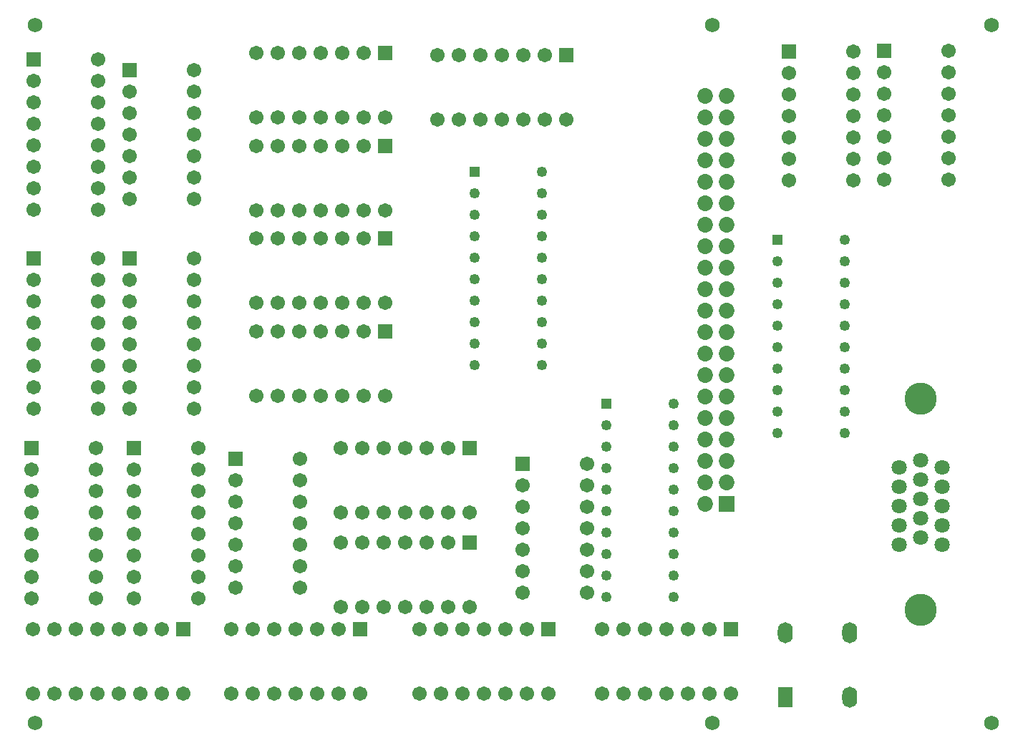
<source format=gbs>
%FSTAX23Y23*%
%MOIN*%
%SFA1B1*%

%IPPOS*%
%ADD22C,0.068000*%
%ADD23C,0.067060*%
%ADD24R,0.067060X0.067060*%
%ADD25R,0.067060X0.067060*%
%ADD26C,0.049210*%
%ADD27R,0.049210X0.049210*%
%ADD28R,0.070000X0.098000*%
%ADD29O,0.070000X0.098000*%
%ADD30C,0.070700*%
%ADD31C,0.149700*%
%ADD32C,0.072960*%
%ADD33R,0.072960X0.072960*%
%LN6502_vga-1*%
%LPD*%
G54D22*
X0554Y04645D03*
Y01395D03*
X09995D03*
X08695Y01394D03*
X09995Y04645D03*
X08695Y04644D03*
G54D23*
X0811Y02D03*
Y021D03*
Y022D03*
Y023D03*
Y024D03*
Y025D03*
Y026D03*
X0781Y02D03*
Y021D03*
Y022D03*
Y023D03*
Y024D03*
Y025D03*
X0657Y02918D03*
X0667D03*
X0677D03*
X0687D03*
X0697D03*
X0707D03*
X0717D03*
X0657Y03218D03*
X0667D03*
X0677D03*
X0687D03*
X0697D03*
X0707D03*
X0657Y04213D03*
X0667D03*
X0677D03*
X0687D03*
X0697D03*
X0707D03*
X0717D03*
X0657Y04513D03*
X0667D03*
X0677D03*
X0687D03*
X0697D03*
X0707D03*
X0657Y03781D03*
X0667D03*
X0677D03*
X0687D03*
X0697D03*
X0707D03*
X0717D03*
X0657Y04081D03*
X0667D03*
X0677D03*
X0687D03*
X0697D03*
X0707D03*
X0657Y0335D03*
X0667D03*
X0677D03*
X0687D03*
X0697D03*
X0707D03*
X0717D03*
X0657Y0365D03*
X0667D03*
X0677D03*
X0687D03*
X0697D03*
X0707D03*
X06455Y0153D03*
X06555D03*
X06655D03*
X06755D03*
X06855D03*
X06955D03*
X07055D03*
X06455Y0183D03*
X06555D03*
X06655D03*
X06755D03*
X06855D03*
X06955D03*
X0613D03*
X0603D03*
X0593D03*
X0583D03*
X0573D03*
X0563D03*
X0553D03*
X0623Y0153D03*
X0613D03*
X0603D03*
X0593D03*
X0583D03*
X0573D03*
X0563D03*
X0553D03*
X06Y02575D03*
Y02475D03*
Y02375D03*
Y02275D03*
Y02175D03*
Y02075D03*
Y01975D03*
X063Y02675D03*
Y02575D03*
Y02475D03*
Y02375D03*
Y02275D03*
Y02175D03*
Y02075D03*
Y01975D03*
X05525Y02575D03*
Y02475D03*
Y02375D03*
Y02275D03*
Y02175D03*
Y02075D03*
Y01975D03*
X05825Y02675D03*
Y02575D03*
Y02475D03*
Y02375D03*
Y02275D03*
Y02175D03*
Y02075D03*
Y01975D03*
X0628Y02858D03*
Y02958D03*
Y03058D03*
Y03158D03*
Y03258D03*
Y03358D03*
Y03458D03*
Y03558D03*
X0598Y02858D03*
Y02958D03*
Y03058D03*
Y03158D03*
Y03258D03*
Y03358D03*
Y03458D03*
X05835Y02858D03*
Y02958D03*
Y03058D03*
Y03158D03*
Y03258D03*
Y03358D03*
Y03458D03*
Y03558D03*
X05535Y02858D03*
Y02958D03*
Y03058D03*
Y03158D03*
Y03258D03*
Y03358D03*
Y03458D03*
X05835Y03783D03*
Y03883D03*
Y03983D03*
Y04083D03*
Y04183D03*
Y04283D03*
Y04383D03*
Y04483D03*
X05535Y03783D03*
Y03883D03*
Y03983D03*
Y04083D03*
Y04183D03*
Y04283D03*
Y04383D03*
X0628Y03833D03*
Y03933D03*
Y04033D03*
Y04133D03*
Y04233D03*
Y04333D03*
Y04433D03*
X0598Y03833D03*
Y03933D03*
Y04033D03*
Y04133D03*
Y04233D03*
Y04333D03*
X09795Y03925D03*
Y04025D03*
Y04125D03*
Y04225D03*
Y04325D03*
Y04425D03*
Y04525D03*
X09495Y03925D03*
Y04025D03*
Y04125D03*
Y04225D03*
Y04325D03*
Y04425D03*
X0935Y0392D03*
Y0402D03*
Y0412D03*
Y0422D03*
Y0432D03*
Y0442D03*
Y0452D03*
X0905Y0392D03*
Y0402D03*
Y0412D03*
Y0422D03*
Y0432D03*
Y0442D03*
X07415Y04205D03*
X07515D03*
X07615D03*
X07715D03*
X07815D03*
X07915D03*
X08015D03*
X07415Y04505D03*
X07515D03*
X07615D03*
X07715D03*
X07815D03*
X07915D03*
X06965Y02375D03*
X07065D03*
X07165D03*
X07265D03*
X07365D03*
X07465D03*
X07565D03*
X06965Y02675D03*
X07065D03*
X07165D03*
X07265D03*
X07365D03*
X07465D03*
X06965Y01935D03*
X07065D03*
X07165D03*
X07265D03*
X07365D03*
X07465D03*
X07565D03*
X06965Y02235D03*
X07065D03*
X07165D03*
X07265D03*
X07365D03*
X07465D03*
X0733Y0153D03*
X0743D03*
X0753D03*
X0763D03*
X0773D03*
X0783D03*
X0793D03*
X0733Y0183D03*
X0743D03*
X0753D03*
X0763D03*
X0773D03*
X0783D03*
X0818Y0153D03*
X0828D03*
X0838D03*
X0848D03*
X0858D03*
X0868D03*
X0878D03*
X0818Y0183D03*
X0828D03*
X0838D03*
X0848D03*
X0858D03*
X0868D03*
X06775Y02025D03*
Y02125D03*
Y02225D03*
Y02325D03*
Y02425D03*
Y02525D03*
Y02625D03*
X06475Y02025D03*
Y02125D03*
Y02225D03*
Y02325D03*
Y02425D03*
Y02525D03*
G54D24*
X0781Y026D03*
X06Y02675D03*
X05525D03*
X0598Y03558D03*
X05535D03*
Y04483D03*
X0598Y04433D03*
X09495Y04525D03*
X0905Y0452D03*
X06475Y02625D03*
G54D25*
X0717Y03218D03*
Y04513D03*
Y04081D03*
Y0365D03*
X07055Y0183D03*
X0623D03*
X08015Y04505D03*
X07565Y02675D03*
Y02235D03*
X0793Y0183D03*
X0878D03*
G54D26*
X0931Y03645D03*
Y03545D03*
Y03445D03*
Y03345D03*
Y03245D03*
Y03145D03*
Y03045D03*
Y02945D03*
Y02845D03*
Y02745D03*
X08997D03*
Y02845D03*
Y02945D03*
Y03045D03*
Y03145D03*
Y03245D03*
Y03345D03*
Y03445D03*
Y03545D03*
X08516Y0288D03*
Y0278D03*
Y0268D03*
Y0258D03*
Y0248D03*
Y0238D03*
Y0228D03*
Y0218D03*
Y0208D03*
Y0198D03*
X08203D03*
Y0208D03*
Y0218D03*
Y0228D03*
Y0238D03*
Y0248D03*
Y0258D03*
Y0268D03*
Y0278D03*
X07901Y0396D03*
Y0386D03*
Y0376D03*
Y0366D03*
Y0356D03*
Y0346D03*
Y0336D03*
Y0326D03*
Y0316D03*
Y0306D03*
X07588D03*
Y0316D03*
Y0326D03*
Y0336D03*
Y0346D03*
Y0356D03*
Y0366D03*
Y0376D03*
Y0386D03*
G54D27*
X08997Y03645D03*
X08203Y0288D03*
X07588Y0396D03*
G54D28*
X09035Y01515D03*
G54D29*
X09335Y01515D03*
Y01815D03*
X09035D03*
G54D30*
X09765Y02585D03*
Y02495D03*
Y02405D03*
Y02315D03*
Y02224D03*
X09665Y02618D03*
Y02528D03*
Y02438D03*
Y02348D03*
Y02258D03*
X09565Y02585D03*
Y02495D03*
Y02405D03*
Y02315D03*
Y02224D03*
G54D31*
X09665Y02905D03*
Y01921D03*
G54D32*
X0866Y04315D03*
Y04215D03*
Y04115D03*
X0876Y04315D03*
Y04215D03*
Y04115D03*
X0866Y03915D03*
X0876D03*
X0866Y03715D03*
X0876D03*
X0866Y03515D03*
X0876D03*
X0866Y03415D03*
X0876D03*
X0866Y03215D03*
X0876D03*
X0866Y03015D03*
X0876D03*
X0866Y02715D03*
X0876D03*
X0866Y02615D03*
X0876D03*
X0866Y02415D03*
X0876Y02515D03*
X0866D03*
X0876Y02815D03*
X0866D03*
X0876Y02915D03*
X0866D03*
X0876Y03115D03*
X0866D03*
X0876Y03315D03*
X0866D03*
X0876Y03615D03*
X0866D03*
X0876Y03815D03*
X0866D03*
X0876Y04015D03*
X0866D03*
G54D33*
X0876Y02415D03*
M02*
</source>
